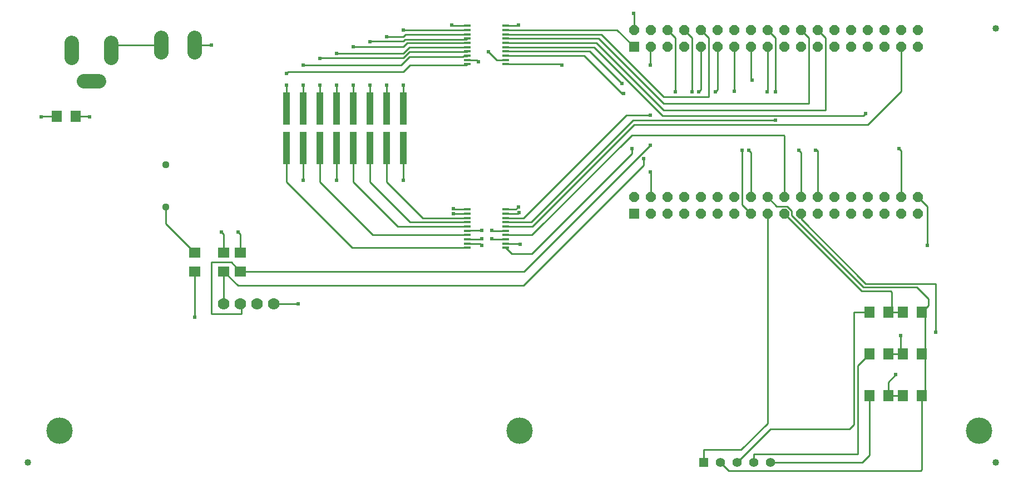
<source format=gbr>
G04 EAGLE Gerber RS-274X export*
G75*
%MOMM*%
%FSLAX34Y34*%
%LPD*%
%INTop Copper*%
%IPPOS*%
%AMOC8*
5,1,8,0,0,1.08239X$1,22.5*%
G01*
%ADD10C,1.778000*%
%ADD11C,1.120000*%
%ADD12C,2.240000*%
%ADD13R,0.990600X0.304800*%
%ADD14R,1.803000X1.600000*%
%ADD15R,1.600000X1.803000*%
%ADD16R,1.400000X1.400000*%
%ADD17C,1.400000*%
%ADD18C,1.016000*%
%ADD19C,4.016000*%
%ADD20R,1.020000X5.000000*%
%ADD21C,2.184400*%
%ADD22R,1.524000X1.524000*%
%ADD23P,1.649562X8X22.500000*%
%ADD24C,0.254000*%
%ADD25C,0.609600*%


D10*
X349240Y292100D03*
X374640Y292100D03*
X400040Y292100D03*
X425440Y292100D03*
D11*
X260600Y504000D03*
X260600Y439000D03*
D12*
X177800Y666400D02*
X177800Y688800D01*
X117800Y688800D02*
X117800Y666400D01*
X136600Y630600D02*
X159000Y630600D01*
D13*
X778478Y377150D03*
X778478Y383650D03*
X778478Y390150D03*
X778478Y396650D03*
X778478Y403150D03*
X778478Y409650D03*
X778478Y416150D03*
X778478Y422650D03*
X778478Y429150D03*
X778478Y435650D03*
X720122Y435650D03*
X720122Y429150D03*
X720122Y422650D03*
X720122Y416150D03*
X720122Y409650D03*
X720122Y403150D03*
X720122Y396650D03*
X720122Y390150D03*
X720122Y383650D03*
X720122Y377150D03*
X778478Y656550D03*
X778478Y663050D03*
X778478Y669550D03*
X778478Y676050D03*
X778478Y682550D03*
X778478Y689050D03*
X778478Y695550D03*
X778478Y702050D03*
X778478Y708550D03*
X778478Y715050D03*
X720122Y715050D03*
X720122Y708550D03*
X720122Y702050D03*
X720122Y695550D03*
X720122Y689050D03*
X720122Y682550D03*
X720122Y676050D03*
X720122Y669550D03*
X720122Y663050D03*
X720122Y656550D03*
D14*
X349250Y341380D03*
X349250Y369820D03*
X374650Y341380D03*
X374650Y369820D03*
D15*
X1360420Y152400D03*
X1331980Y152400D03*
X1360420Y279400D03*
X1331980Y279400D03*
X1360420Y215900D03*
X1331980Y215900D03*
X1411220Y279400D03*
X1382780Y279400D03*
X1411220Y215900D03*
X1382780Y215900D03*
X1411220Y152400D03*
X1382780Y152400D03*
D14*
X304800Y341380D03*
X304800Y369820D03*
D15*
X123720Y577100D03*
X95280Y577100D03*
D16*
X1079500Y50800D03*
D17*
X1104900Y50800D03*
X1130300Y50800D03*
X1155700Y50800D03*
X1181100Y50800D03*
D18*
X50800Y50800D03*
X1524000Y50800D03*
X1524000Y711200D03*
D19*
X1499000Y99000D03*
X99000Y99000D03*
X799000Y99000D03*
D20*
X444500Y528800D03*
X444500Y588800D03*
X469900Y528800D03*
X469900Y588800D03*
X495300Y528800D03*
X495300Y588800D03*
X520700Y528800D03*
X520700Y588800D03*
X546100Y528800D03*
X546100Y588800D03*
X571500Y528800D03*
X571500Y588800D03*
X596900Y528800D03*
X596900Y588800D03*
X622300Y528800D03*
X622300Y588800D03*
D21*
X254000Y674878D02*
X254000Y696722D01*
X304800Y696722D02*
X304800Y674878D01*
D22*
X973500Y429000D03*
D23*
X973500Y454400D03*
X998900Y429000D03*
X998900Y454400D03*
X1024300Y429000D03*
X1024300Y454400D03*
X1049700Y429000D03*
X1049700Y454400D03*
X1075100Y429000D03*
X1075100Y454400D03*
X1100500Y429000D03*
X1100500Y454400D03*
X1125900Y429000D03*
X1125900Y454400D03*
X1151300Y429000D03*
X1151300Y454400D03*
X1176700Y429000D03*
X1176700Y454400D03*
X1202100Y429000D03*
X1202100Y454400D03*
X1227500Y429000D03*
X1227500Y454400D03*
X1252900Y429000D03*
X1252900Y454400D03*
X1278300Y429000D03*
X1278300Y454400D03*
X1303700Y429000D03*
X1303700Y454400D03*
X1329100Y429000D03*
X1329100Y454400D03*
X1354500Y429000D03*
X1354500Y454400D03*
X1379900Y429000D03*
X1379900Y454400D03*
X1405300Y429000D03*
X1405300Y454400D03*
D22*
X973500Y683000D03*
D23*
X973500Y708400D03*
X998900Y683000D03*
X998900Y708400D03*
X1024300Y683000D03*
X1024300Y708400D03*
X1049700Y683000D03*
X1049700Y708400D03*
X1075100Y683000D03*
X1075100Y708400D03*
X1100500Y683000D03*
X1100500Y708400D03*
X1125900Y683000D03*
X1125900Y708400D03*
X1151300Y683000D03*
X1151300Y708400D03*
X1176700Y683000D03*
X1176700Y708400D03*
X1202100Y683000D03*
X1202100Y708400D03*
X1227500Y683000D03*
X1227500Y708400D03*
X1252900Y683000D03*
X1252900Y708400D03*
X1278300Y683000D03*
X1278300Y708400D03*
X1303700Y683000D03*
X1303700Y708400D03*
X1329100Y683000D03*
X1329100Y708400D03*
X1354500Y683000D03*
X1354500Y708400D03*
X1379900Y683000D03*
X1379900Y708400D03*
X1405300Y683000D03*
X1405300Y708400D03*
D24*
X95280Y577100D02*
X94530Y577850D01*
X1151300Y634320D02*
X1151300Y683000D01*
X1151300Y634320D02*
X1153160Y632460D01*
X1227500Y522560D02*
X1227500Y454400D01*
X1227500Y522560D02*
X1224280Y525780D01*
X1151300Y522560D02*
X1151300Y454400D01*
X1151300Y522560D02*
X1148080Y525780D01*
X1137920Y442380D02*
X1151300Y429000D01*
X1137920Y442380D02*
X1137920Y525780D01*
D25*
X1153160Y632460D03*
X1137920Y525780D03*
X1148080Y525780D03*
X1224280Y525780D03*
D24*
X796989Y429150D02*
X778478Y429150D01*
X796989Y429150D02*
X798599Y430761D01*
D25*
X798599Y430761D03*
D24*
X720122Y435650D02*
X699730Y435650D01*
X698500Y436880D01*
D25*
X698500Y436880D03*
D24*
X698610Y429150D02*
X720122Y429150D01*
X698610Y429150D02*
X698500Y429260D01*
D25*
X698500Y429260D03*
D24*
X720832Y403860D02*
X741680Y403860D01*
X720832Y403860D02*
X720122Y403150D01*
D25*
X741680Y403860D03*
D24*
X740670Y390150D02*
X720122Y390150D01*
X740670Y390150D02*
X741680Y391160D01*
D25*
X741680Y391160D03*
D24*
X720122Y715050D02*
X697190Y715050D01*
X695960Y716280D01*
D25*
X695960Y716280D03*
D24*
X469900Y528800D02*
X469900Y480060D01*
D25*
X469900Y480060D03*
D24*
X520700Y480060D02*
X520700Y528800D01*
D25*
X520700Y480060D03*
D24*
X622300Y480060D02*
X622300Y528800D01*
D25*
X622300Y480060D03*
D24*
X330200Y685800D02*
X304800Y685800D01*
D25*
X330200Y685800D03*
D24*
X95280Y577100D02*
X71640Y577100D01*
X71120Y576580D01*
D25*
X71120Y576580D03*
D24*
X757630Y403150D02*
X778478Y403150D01*
X757630Y403150D02*
X756920Y403860D01*
D25*
X756920Y403860D03*
D24*
X756920Y390150D02*
X778478Y390150D01*
X756920Y390150D02*
X756920Y391160D01*
D25*
X756920Y391160D03*
D24*
X1125900Y615360D02*
X1125900Y683000D01*
X1252900Y525100D02*
X1252900Y454400D01*
X1252900Y525100D02*
X1252220Y525780D01*
X1249680Y525780D01*
X462280Y292100D02*
X425440Y292100D01*
D25*
X462280Y292100D03*
X1125900Y615360D03*
X1249680Y525780D03*
D24*
X739030Y383650D02*
X720122Y383650D01*
X739030Y383650D02*
X741680Y381000D01*
D25*
X741680Y381000D03*
D24*
X733950Y663050D02*
X720122Y663050D01*
X733950Y663050D02*
X736600Y660400D01*
D25*
X736600Y660400D03*
D24*
X349250Y397510D02*
X349250Y369820D01*
X349250Y397510D02*
X345440Y401320D01*
D25*
X345440Y401320D03*
D24*
X374650Y397510D02*
X374650Y369820D01*
X374650Y397510D02*
X370840Y401320D01*
D25*
X370840Y401320D03*
D24*
X778478Y435650D02*
X793790Y435650D01*
X797560Y439420D01*
D25*
X797560Y439420D03*
D24*
X798974Y383650D02*
X778478Y383650D01*
X798974Y383650D02*
X800100Y382524D01*
D25*
X800100Y382524D03*
D24*
X796330Y715050D02*
X778478Y715050D01*
X796330Y715050D02*
X797560Y716280D01*
D25*
X797560Y716280D03*
D24*
X778478Y663050D02*
X778368Y662940D01*
X778478Y663050D02*
X764430Y663050D01*
X751840Y675640D01*
D25*
X751840Y675640D03*
D24*
X260600Y439000D02*
X260600Y414020D01*
X304800Y369820D01*
X1405300Y454400D02*
X1419860Y439840D01*
X1419860Y381000D01*
D25*
X1419860Y381000D03*
X304800Y271780D03*
D24*
X304800Y341380D01*
X144260Y577100D02*
X123720Y577100D01*
X144260Y577100D02*
X144780Y576580D01*
D25*
X144780Y576580D03*
D24*
X778478Y656550D02*
X862370Y656550D01*
X863600Y655320D01*
D25*
X863600Y655320D03*
X972820Y734060D03*
D24*
X973500Y733380D01*
X973500Y708400D01*
X897630Y669550D02*
X778478Y669550D01*
X955040Y612140D02*
X957580Y612140D01*
D25*
X957580Y612140D03*
X998220Y492760D03*
D24*
X998900Y492080D01*
X998900Y454400D01*
X955040Y612140D02*
X897630Y669550D01*
X1024300Y708400D02*
X1036320Y696380D01*
X1036320Y614680D01*
D25*
X1036320Y614680D03*
D24*
X787328Y368300D02*
X778478Y377150D01*
X787328Y368300D02*
X817880Y368300D01*
X970280Y520700D01*
X970280Y528320D01*
D25*
X970280Y528320D03*
D24*
X1100500Y617900D02*
X1100500Y683000D01*
X1100500Y617900D02*
X1097280Y614680D01*
D25*
X1097280Y614680D03*
D24*
X806200Y341380D02*
X374650Y341380D01*
X806200Y341380D02*
X998220Y533400D01*
D25*
X998220Y533400D03*
D24*
X374650Y341380D02*
X360430Y355600D01*
X330200Y355600D01*
X330200Y276860D01*
X375920Y276860D01*
X375920Y290820D01*
X374640Y292100D01*
X349250Y292110D02*
X349240Y292100D01*
X1075100Y617900D02*
X1075100Y683000D01*
X1075100Y617900D02*
X1071880Y614680D01*
D25*
X1071880Y614680D03*
D24*
X370590Y320040D02*
X349250Y341380D01*
X370590Y320040D02*
X805180Y320040D01*
D25*
X988060Y513080D03*
D24*
X988060Y502920D02*
X805180Y320040D01*
X988060Y502920D02*
X988060Y513080D01*
X349250Y341380D02*
X349250Y292110D01*
X1202100Y429000D02*
X1319950Y311150D01*
X1363980Y311150D01*
X1365500Y309630D01*
X1365500Y284480D01*
X1360420Y279400D01*
X1382780Y279400D01*
X1416300Y157480D02*
X1411220Y152400D01*
X1416300Y157480D02*
X1416300Y210820D01*
X1411220Y215900D01*
X1117600Y38100D02*
X1104900Y50800D01*
X1117600Y38100D02*
X1409700Y38100D01*
X1411220Y39620D01*
X1411220Y152400D01*
X1213530Y433735D02*
X1206835Y440430D01*
X1190670Y440430D02*
X1176700Y454400D01*
X1190670Y440430D02*
X1206835Y440430D01*
X1213530Y433735D02*
X1213530Y426806D01*
X1322836Y317500D01*
X1421380Y299720D02*
X1421380Y289560D01*
X1411220Y279400D01*
X1421380Y299720D02*
X1403600Y317500D01*
X1322836Y317500D01*
X1411220Y279400D02*
X1416300Y274320D01*
X1416300Y220980D01*
X1411220Y215900D01*
X1176700Y109900D02*
X1176700Y429000D01*
X1136650Y69850D02*
X1079500Y69850D01*
X1079500Y50800D01*
X1136650Y69850D02*
X1176700Y109900D01*
X1360420Y215900D02*
X1382780Y215900D01*
X1326300Y322580D02*
X1227500Y421380D01*
X1227500Y429000D01*
X1326300Y322580D02*
X1432560Y322580D01*
X1432560Y248920D01*
D25*
X1432560Y248920D03*
X1379220Y243840D03*
D24*
X1379220Y219460D01*
X1382780Y215900D01*
X1061720Y696380D02*
X1049700Y708400D01*
X1061720Y696380D02*
X1061720Y614680D01*
D25*
X1061720Y614680D03*
D24*
X805180Y422650D02*
X778478Y422650D01*
X805180Y422650D02*
X806190Y422650D01*
X805180Y422650D02*
X961650Y579120D01*
X998220Y579120D01*
D25*
X998220Y579120D03*
D24*
X923550Y702050D02*
X778478Y702050D01*
X923550Y702050D02*
X1018540Y607060D01*
X1087120Y607060D01*
X1087120Y696380D02*
X1075100Y708400D01*
X1087120Y696380D02*
X1087120Y607060D01*
X1176700Y708400D02*
X1188720Y696380D01*
X1188720Y614680D01*
D25*
X1188720Y614680D03*
X1188720Y571500D03*
D24*
X972359Y571500D01*
X817009Y416150D01*
X778478Y416150D01*
X1227500Y708400D02*
X1239520Y696380D01*
X919890Y695550D02*
X778478Y695550D01*
X1018540Y596900D02*
X1239520Y596900D01*
X1018540Y596900D02*
X919890Y695550D01*
X1239520Y696380D02*
X1239520Y596900D01*
X1264920Y696380D02*
X1252900Y708400D01*
X916230Y689050D02*
X778478Y689050D01*
X916230Y689050D02*
X1018540Y586740D01*
X1264920Y586740D01*
X1264920Y696380D01*
X1379900Y683000D02*
X1379900Y615360D01*
X818590Y409650D02*
X778478Y409650D01*
X973582Y564642D02*
X1329182Y564642D01*
X973582Y564642D02*
X818590Y409650D01*
X1329182Y564642D02*
X1379900Y615360D01*
X912570Y682550D02*
X778478Y682550D01*
X912570Y682550D02*
X1016762Y578358D01*
D25*
X1325880Y581660D03*
D24*
X1322578Y578358D02*
X1016762Y578358D01*
X1322578Y578358D02*
X1325880Y581660D01*
D25*
X1376680Y528320D03*
D24*
X1379900Y525100D01*
X1379900Y454400D01*
X906370Y676050D02*
X778478Y676050D01*
X906370Y676050D02*
X955040Y627380D01*
D25*
X955040Y627380D03*
X998220Y655320D03*
D24*
X998220Y682320D01*
X998900Y683000D01*
X818290Y396650D02*
X778478Y396650D01*
X970280Y548640D02*
X1201420Y548640D01*
X1202100Y547960D01*
X1202100Y454400D01*
X970280Y548640D02*
X818290Y396650D01*
X1130300Y50800D02*
X1181100Y101600D01*
X1301750Y101600D01*
X1308100Y107950D01*
X1308100Y279400D01*
X1331980Y279400D01*
X1331980Y215900D02*
X1314450Y198370D01*
X1314450Y63500D01*
X1155700Y63500D01*
X1155700Y50800D01*
X1331980Y61980D02*
X1331980Y152400D01*
X1320800Y50800D02*
X1181100Y50800D01*
X1320800Y50800D02*
X1331980Y61980D01*
X947950Y708550D02*
X778478Y708550D01*
X947950Y708550D02*
X973500Y683000D01*
X1360420Y152400D02*
X1382780Y152400D01*
X1360420Y152400D02*
X1360420Y172970D01*
D25*
X1371600Y184150D03*
D24*
X1360420Y172970D01*
X1176700Y615360D02*
X1176700Y683000D01*
X1176700Y615360D02*
X1176020Y614680D01*
D25*
X1176020Y614680D03*
D24*
X720122Y377150D02*
X544870Y377150D01*
X444500Y477520D01*
X444500Y528800D01*
X495300Y528800D02*
X495300Y477520D01*
X576170Y396650D01*
X720122Y396650D01*
X546100Y477520D02*
X546100Y528800D01*
X546100Y477520D02*
X613970Y409650D01*
X720122Y409650D01*
X571500Y477520D02*
X571500Y528800D01*
X571500Y477520D02*
X632870Y416150D01*
X720122Y416150D01*
X720122Y422650D02*
X701589Y422650D01*
X701341Y422402D01*
X652018Y422402D01*
X596900Y477520D01*
X596900Y528800D01*
X444500Y588800D02*
X444500Y624840D01*
D25*
X444500Y624840D03*
D24*
X447040Y645160D02*
X622300Y645160D01*
X447040Y645160D02*
X444500Y642620D01*
D25*
X444500Y642620D03*
D24*
X718892Y655320D02*
X720122Y656550D01*
X718892Y655320D02*
X632460Y655320D01*
X622300Y645160D01*
X469900Y624840D02*
X469900Y588800D01*
D25*
X469900Y624840D03*
D24*
X718956Y668384D02*
X720122Y669550D01*
X718956Y668384D02*
X713591Y668384D01*
X713227Y668020D01*
X631589Y668020D01*
X618889Y655320D02*
X469900Y655320D01*
D25*
X469900Y655320D03*
D24*
X618889Y655320D02*
X631589Y668020D01*
X495300Y624840D02*
X495300Y588800D01*
D25*
X495300Y624840D03*
D24*
X719712Y675640D02*
X720122Y676050D01*
D25*
X495300Y665480D03*
D24*
X496062Y666242D01*
X622626Y666242D02*
X632024Y675640D01*
X622626Y666242D02*
X496062Y666242D01*
X632024Y675640D02*
X719712Y675640D01*
X520700Y624840D02*
X520700Y588800D01*
D25*
X520700Y624840D03*
D24*
X631750Y682550D02*
X720122Y682550D01*
X622300Y673100D02*
X520700Y673100D01*
D25*
X520700Y673100D03*
D24*
X622300Y673100D02*
X631750Y682550D01*
X546100Y624840D02*
X546100Y588800D01*
D25*
X546100Y624840D03*
D24*
X628090Y689050D02*
X720122Y689050D01*
X622300Y683260D02*
X546100Y683260D01*
D25*
X546100Y683260D03*
D24*
X622300Y683260D02*
X628090Y689050D01*
X596900Y624840D02*
X596900Y588800D01*
D25*
X596900Y624840D03*
D24*
X625850Y702050D02*
X720122Y702050D01*
X625850Y702050D02*
X622300Y698500D01*
X596900Y698500D01*
D25*
X596900Y698500D03*
D24*
X622300Y624840D02*
X622300Y588800D01*
D25*
X622300Y624840D03*
D24*
X622410Y708550D02*
X720122Y708550D01*
X622410Y708550D02*
X622300Y708660D01*
D25*
X622300Y708660D03*
D24*
X571500Y624840D02*
X571500Y588800D01*
D25*
X571500Y624840D03*
D24*
X718956Y694384D02*
X720122Y695550D01*
D25*
X571500Y690880D03*
D24*
X572262Y691642D01*
X622626Y691642D01*
X625368Y694384D01*
X718956Y694384D01*
X186000Y685800D02*
X177800Y677600D01*
X186000Y685800D02*
X254000Y685800D01*
M02*

</source>
